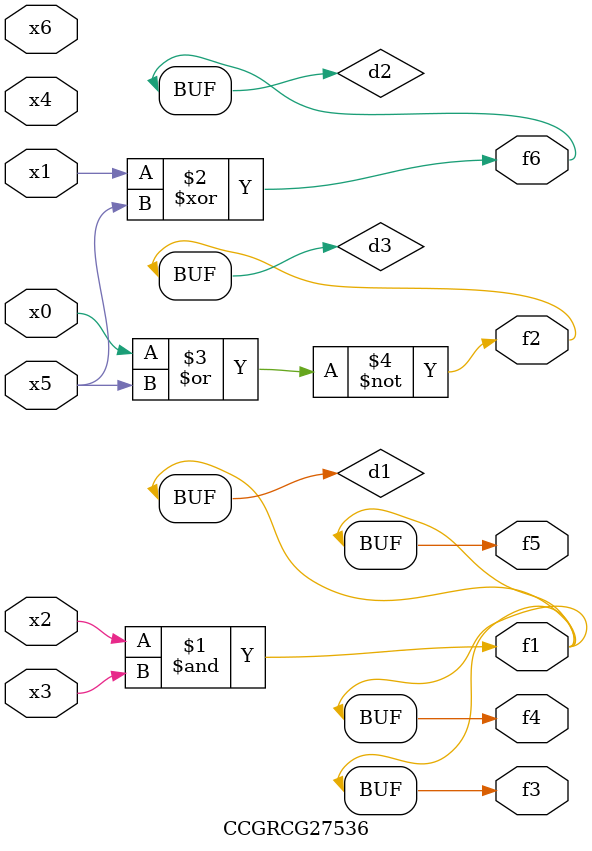
<source format=v>
module CCGRCG27536(
	input x0, x1, x2, x3, x4, x5, x6,
	output f1, f2, f3, f4, f5, f6
);

	wire d1, d2, d3;

	and (d1, x2, x3);
	xor (d2, x1, x5);
	nor (d3, x0, x5);
	assign f1 = d1;
	assign f2 = d3;
	assign f3 = d1;
	assign f4 = d1;
	assign f5 = d1;
	assign f6 = d2;
endmodule

</source>
